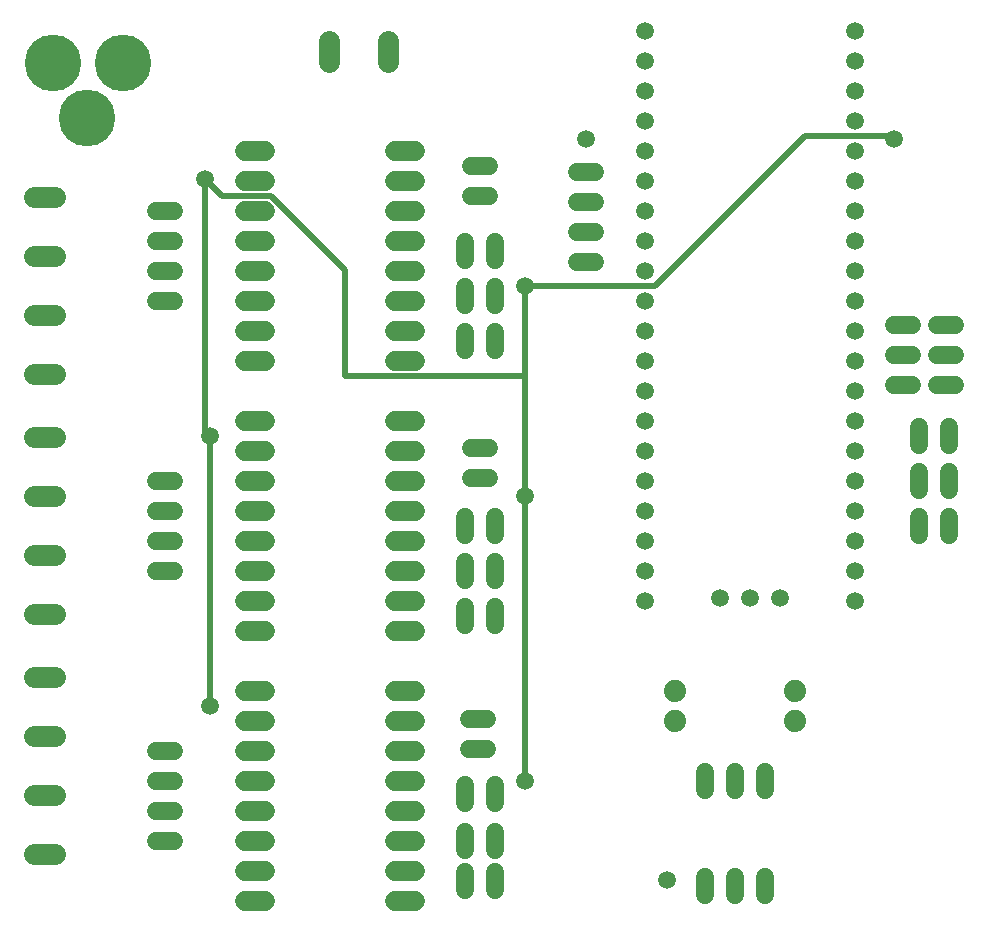
<source format=gbr>
G04 EAGLE Gerber RS-274X export*
G75*
%MOMM*%
%FSLAX34Y34*%
%LPD*%
%INTop Copper*%
%IPPOS*%
%AMOC8*
5,1,8,0,0,1.08239X$1,22.5*%
G01*
%ADD10C,1.524000*%
%ADD11C,1.676400*%
%ADD12C,1.879600*%
%ADD13C,4.800000*%
%ADD14C,1.508000*%
%ADD15C,1.790700*%
%ADD16C,1.500000*%
%ADD17C,0.508000*%


D10*
X599440Y48260D02*
X599440Y63500D01*
X624840Y63500D02*
X624840Y48260D01*
X650240Y48260D02*
X650240Y63500D01*
D11*
X353822Y678180D02*
X337058Y678180D01*
X337058Y652780D02*
X353822Y652780D01*
X353822Y627380D02*
X337058Y627380D01*
X337058Y601980D02*
X353822Y601980D01*
X353822Y576580D02*
X337058Y576580D01*
X337058Y551180D02*
X353822Y551180D01*
X353822Y525780D02*
X337058Y525780D01*
X337058Y500380D02*
X353822Y500380D01*
X226822Y678180D02*
X210058Y678180D01*
X210058Y652780D02*
X226822Y652780D01*
X226822Y627380D02*
X210058Y627380D01*
X210058Y601980D02*
X226822Y601980D01*
X226822Y576580D02*
X210058Y576580D01*
X210058Y551180D02*
X226822Y551180D01*
X226822Y525780D02*
X210058Y525780D01*
X210058Y500380D02*
X226822Y500380D01*
X337058Y449580D02*
X353822Y449580D01*
X353822Y424180D02*
X337058Y424180D01*
X337058Y398780D02*
X353822Y398780D01*
X353822Y373380D02*
X337058Y373380D01*
X337058Y347980D02*
X353822Y347980D01*
X353822Y322580D02*
X337058Y322580D01*
X337058Y297180D02*
X353822Y297180D01*
X353822Y271780D02*
X337058Y271780D01*
X226822Y449580D02*
X210058Y449580D01*
X210058Y424180D02*
X226822Y424180D01*
X226822Y398780D02*
X210058Y398780D01*
X210058Y373380D02*
X226822Y373380D01*
X226822Y347980D02*
X210058Y347980D01*
X210058Y322580D02*
X226822Y322580D01*
X226822Y297180D02*
X210058Y297180D01*
X210058Y271780D02*
X226822Y271780D01*
X337058Y220980D02*
X353822Y220980D01*
X353822Y195580D02*
X337058Y195580D01*
X337058Y170180D02*
X353822Y170180D01*
X353822Y144780D02*
X337058Y144780D01*
X337058Y119380D02*
X353822Y119380D01*
X353822Y93980D02*
X337058Y93980D01*
X337058Y68580D02*
X353822Y68580D01*
X353822Y43180D02*
X337058Y43180D01*
X226822Y220980D02*
X210058Y220980D01*
X210058Y195580D02*
X226822Y195580D01*
X226822Y170180D02*
X210058Y170180D01*
X210058Y144780D02*
X226822Y144780D01*
X226822Y119380D02*
X210058Y119380D01*
X210058Y93980D02*
X226822Y93980D01*
X226822Y68580D02*
X210058Y68580D01*
X210058Y43180D02*
X226822Y43180D01*
D12*
X675640Y220980D03*
X675640Y195580D03*
X574040Y220980D03*
X574040Y195580D03*
D10*
X599440Y152400D02*
X599440Y137160D01*
X624840Y137160D02*
X624840Y152400D01*
X650240Y152400D02*
X650240Y137160D01*
X396240Y353060D02*
X396240Y368300D01*
X421640Y368300D02*
X421640Y353060D01*
X415290Y196850D02*
X400050Y196850D01*
X400050Y171450D02*
X415290Y171450D01*
X396240Y101600D02*
X396240Y86360D01*
X421640Y86360D02*
X421640Y101600D01*
X396240Y67310D02*
X396240Y52070D01*
X421640Y52070D02*
X421640Y67310D01*
X416560Y426720D02*
X401320Y426720D01*
X401320Y401320D02*
X416560Y401320D01*
X396240Y330200D02*
X396240Y314960D01*
X421640Y314960D02*
X421640Y330200D01*
X416560Y665480D02*
X401320Y665480D01*
X401320Y640080D02*
X416560Y640080D01*
X396240Y600710D02*
X396240Y585470D01*
X421640Y585470D02*
X421640Y600710D01*
X396240Y562610D02*
X396240Y547370D01*
X421640Y547370D02*
X421640Y562610D01*
X396240Y292100D02*
X396240Y276860D01*
X421640Y276860D02*
X421640Y292100D01*
X396240Y509270D02*
X396240Y524510D01*
X421640Y524510D02*
X421640Y509270D01*
X396240Y140970D02*
X396240Y125730D01*
X421640Y125730D02*
X421640Y140970D01*
X781050Y353060D02*
X781050Y368300D01*
X806450Y368300D02*
X806450Y353060D01*
X781050Y391160D02*
X781050Y406400D01*
X806450Y406400D02*
X806450Y391160D01*
X781050Y429260D02*
X781050Y444500D01*
X806450Y444500D02*
X806450Y429260D01*
X149860Y322580D02*
X134620Y322580D01*
X134620Y347980D02*
X149860Y347980D01*
X149860Y373380D02*
X134620Y373380D01*
X134620Y398780D02*
X149860Y398780D01*
X149860Y551180D02*
X134620Y551180D01*
X134620Y576580D02*
X149860Y576580D01*
X149860Y601980D02*
X134620Y601980D01*
X134620Y627380D02*
X149860Y627380D01*
X149860Y93980D02*
X134620Y93980D01*
X134620Y119380D02*
X149860Y119380D01*
X149860Y144780D02*
X134620Y144780D01*
X134620Y170180D02*
X149860Y170180D01*
X759460Y480060D02*
X774700Y480060D01*
X774700Y505460D02*
X759460Y505460D01*
X759460Y530860D02*
X774700Y530860D01*
X796290Y480060D02*
X811530Y480060D01*
X811530Y505460D02*
X796290Y505460D01*
X796290Y530860D02*
X811530Y530860D01*
D13*
X76870Y705840D03*
X106870Y752840D03*
X47870Y752840D03*
D14*
X548640Y779780D03*
X548640Y754380D03*
X548640Y627380D03*
X548640Y601980D03*
X548640Y728980D03*
X548640Y703580D03*
X548640Y652780D03*
X548640Y678180D03*
X548640Y576580D03*
X548640Y551180D03*
X548640Y525780D03*
X548640Y500380D03*
X548640Y474980D03*
X548640Y449580D03*
X548640Y424180D03*
X548640Y398780D03*
X548640Y373380D03*
X548640Y347980D03*
X548640Y322580D03*
X548640Y297180D03*
X726440Y297180D03*
X726440Y322580D03*
X726440Y347980D03*
X726440Y373380D03*
X726440Y398780D03*
X726440Y424180D03*
X726440Y449580D03*
X726440Y474980D03*
X726440Y500380D03*
X726440Y525780D03*
X726440Y551180D03*
X726440Y576580D03*
X726440Y601980D03*
X726440Y627380D03*
X726440Y652780D03*
X726440Y678180D03*
X726440Y703580D03*
X726440Y728980D03*
X726440Y754380D03*
X726440Y779780D03*
X612140Y299480D03*
X637540Y299480D03*
X662940Y299480D03*
D10*
X506730Y584200D02*
X491490Y584200D01*
X491490Y609600D02*
X506730Y609600D01*
X506730Y635000D02*
X491490Y635000D01*
X491490Y660400D02*
X506730Y660400D01*
D15*
X49594Y638880D02*
X31687Y638880D01*
X31687Y588880D02*
X49594Y588880D01*
X49594Y538880D02*
X31687Y538880D01*
X31687Y488880D02*
X49594Y488880D01*
X49594Y435680D02*
X31687Y435680D01*
X31687Y385680D02*
X49594Y385680D01*
X49594Y335680D02*
X31687Y335680D01*
X31687Y285680D02*
X49594Y285680D01*
X331070Y753047D02*
X331070Y770954D01*
X281070Y770954D02*
X281070Y753047D01*
X49594Y232480D02*
X31687Y232480D01*
X31687Y182480D02*
X49594Y182480D01*
X49594Y132480D02*
X31687Y132480D01*
X31687Y82480D02*
X49594Y82480D01*
D16*
X176530Y654050D03*
D17*
X176530Y440690D01*
X180340Y436880D01*
D16*
X180340Y436880D03*
D17*
X180340Y208280D01*
D16*
X180340Y208280D03*
X447040Y563880D03*
D17*
X447040Y487680D01*
D16*
X447040Y386080D03*
D17*
X447040Y487680D01*
X447040Y386080D02*
X447040Y144780D01*
D16*
X447040Y144780D03*
X759460Y688340D03*
D17*
X684629Y690880D02*
X557629Y563880D01*
X447040Y563880D01*
X756920Y690880D02*
X759460Y688340D01*
X756920Y690880D02*
X684629Y690880D01*
X190754Y639826D02*
X176530Y654050D01*
X190754Y639826D02*
X231977Y639826D01*
X294640Y577163D01*
X294640Y487680D01*
X447040Y487680D01*
D16*
X567690Y60960D03*
X499110Y688340D03*
M02*

</source>
